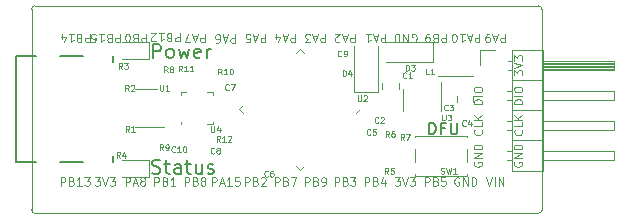
<source format=gto>
G04 #@! TF.GenerationSoftware,KiCad,Pcbnew,5.1.0*
G04 #@! TF.CreationDate,2019-05-06T17:27:13+02:00*
G04 #@! TF.ProjectId,OtterPill,4f747465-7250-4696-9c6c-2e6b69636164,rev?*
G04 #@! TF.SameCoordinates,Original*
G04 #@! TF.FileFunction,Legend,Top*
G04 #@! TF.FilePolarity,Positive*
%FSLAX46Y46*%
G04 Gerber Fmt 4.6, Leading zero omitted, Abs format (unit mm)*
G04 Created by KiCad (PCBNEW 5.1.0) date 2019-05-06 17:27:13*
%MOMM*%
%LPD*%
G04 APERTURE LIST*
%ADD10C,0.100000*%
%ADD11C,0.150000*%
%ADD12C,0.050000*%
%ADD13C,0.120000*%
G04 APERTURE END LIST*
D10*
X29691666Y-22183333D02*
X29691666Y-22883333D01*
X29425000Y-22883333D01*
X29358333Y-22850000D01*
X29325000Y-22816666D01*
X29291666Y-22750000D01*
X29291666Y-22650000D01*
X29325000Y-22583333D01*
X29358333Y-22550000D01*
X29425000Y-22516666D01*
X29691666Y-22516666D01*
X28758333Y-22550000D02*
X28658333Y-22516666D01*
X28625000Y-22483333D01*
X28591666Y-22416666D01*
X28591666Y-22316666D01*
X28625000Y-22250000D01*
X28658333Y-22216666D01*
X28725000Y-22183333D01*
X28991666Y-22183333D01*
X28991666Y-22883333D01*
X28758333Y-22883333D01*
X28691666Y-22850000D01*
X28658333Y-22816666D01*
X28625000Y-22750000D01*
X28625000Y-22683333D01*
X28658333Y-22616666D01*
X28691666Y-22583333D01*
X28758333Y-22550000D01*
X28991666Y-22550000D01*
X28158333Y-22883333D02*
X28091666Y-22883333D01*
X28025000Y-22850000D01*
X27991666Y-22816666D01*
X27958333Y-22750000D01*
X27925000Y-22616666D01*
X27925000Y-22450000D01*
X27958333Y-22316666D01*
X27991666Y-22250000D01*
X28025000Y-22216666D01*
X28091666Y-22183333D01*
X28158333Y-22183333D01*
X28225000Y-22216666D01*
X28258333Y-22250000D01*
X28291666Y-22316666D01*
X28325000Y-22450000D01*
X28325000Y-22616666D01*
X28291666Y-22750000D01*
X28258333Y-22816666D01*
X28225000Y-22850000D01*
X28158333Y-22883333D01*
X24925000Y-22183333D02*
X24925000Y-22883333D01*
X24658333Y-22883333D01*
X24591666Y-22850000D01*
X24558333Y-22816666D01*
X24525000Y-22750000D01*
X24525000Y-22650000D01*
X24558333Y-22583333D01*
X24591666Y-22550000D01*
X24658333Y-22516666D01*
X24925000Y-22516666D01*
X23991666Y-22550000D02*
X23891666Y-22516666D01*
X23858333Y-22483333D01*
X23825000Y-22416666D01*
X23825000Y-22316666D01*
X23858333Y-22250000D01*
X23891666Y-22216666D01*
X23958333Y-22183333D01*
X24225000Y-22183333D01*
X24225000Y-22883333D01*
X23991666Y-22883333D01*
X23925000Y-22850000D01*
X23891666Y-22816666D01*
X23858333Y-22750000D01*
X23858333Y-22683333D01*
X23891666Y-22616666D01*
X23925000Y-22583333D01*
X23991666Y-22550000D01*
X24225000Y-22550000D01*
X23158333Y-22183333D02*
X23558333Y-22183333D01*
X23358333Y-22183333D02*
X23358333Y-22883333D01*
X23425000Y-22783333D01*
X23491666Y-22716666D01*
X23558333Y-22683333D01*
X22558333Y-22650000D02*
X22558333Y-22183333D01*
X22725000Y-22916666D02*
X22891666Y-22416666D01*
X22458333Y-22416666D01*
X27475000Y-22183333D02*
X27475000Y-22883333D01*
X27208333Y-22883333D01*
X27141666Y-22850000D01*
X27108333Y-22816666D01*
X27075000Y-22750000D01*
X27075000Y-22650000D01*
X27108333Y-22583333D01*
X27141666Y-22550000D01*
X27208333Y-22516666D01*
X27475000Y-22516666D01*
X26541666Y-22550000D02*
X26441666Y-22516666D01*
X26408333Y-22483333D01*
X26375000Y-22416666D01*
X26375000Y-22316666D01*
X26408333Y-22250000D01*
X26441666Y-22216666D01*
X26508333Y-22183333D01*
X26775000Y-22183333D01*
X26775000Y-22883333D01*
X26541666Y-22883333D01*
X26475000Y-22850000D01*
X26441666Y-22816666D01*
X26408333Y-22750000D01*
X26408333Y-22683333D01*
X26441666Y-22616666D01*
X26475000Y-22583333D01*
X26541666Y-22550000D01*
X26775000Y-22550000D01*
X25708333Y-22183333D02*
X26108333Y-22183333D01*
X25908333Y-22183333D02*
X25908333Y-22883333D01*
X25975000Y-22783333D01*
X26041666Y-22716666D01*
X26108333Y-22683333D01*
X25075000Y-22883333D02*
X25408333Y-22883333D01*
X25441666Y-22550000D01*
X25408333Y-22583333D01*
X25341666Y-22616666D01*
X25175000Y-22616666D01*
X25108333Y-22583333D01*
X25075000Y-22550000D01*
X25041666Y-22483333D01*
X25041666Y-22316666D01*
X25075000Y-22250000D01*
X25108333Y-22216666D01*
X25175000Y-22183333D01*
X25341666Y-22183333D01*
X25408333Y-22216666D01*
X25441666Y-22250000D01*
X32550000Y-22133333D02*
X32550000Y-22833333D01*
X32283333Y-22833333D01*
X32216666Y-22800000D01*
X32183333Y-22766666D01*
X32150000Y-22700000D01*
X32150000Y-22600000D01*
X32183333Y-22533333D01*
X32216666Y-22500000D01*
X32283333Y-22466666D01*
X32550000Y-22466666D01*
X31616666Y-22500000D02*
X31516666Y-22466666D01*
X31483333Y-22433333D01*
X31450000Y-22366666D01*
X31450000Y-22266666D01*
X31483333Y-22200000D01*
X31516666Y-22166666D01*
X31583333Y-22133333D01*
X31850000Y-22133333D01*
X31850000Y-22833333D01*
X31616666Y-22833333D01*
X31550000Y-22800000D01*
X31516666Y-22766666D01*
X31483333Y-22700000D01*
X31483333Y-22633333D01*
X31516666Y-22566666D01*
X31550000Y-22533333D01*
X31616666Y-22500000D01*
X31850000Y-22500000D01*
X30783333Y-22133333D02*
X31183333Y-22133333D01*
X30983333Y-22133333D02*
X30983333Y-22833333D01*
X31050000Y-22733333D01*
X31116666Y-22666666D01*
X31183333Y-22633333D01*
X30516666Y-22766666D02*
X30483333Y-22800000D01*
X30416666Y-22833333D01*
X30250000Y-22833333D01*
X30183333Y-22800000D01*
X30150000Y-22766666D01*
X30116666Y-22700000D01*
X30116666Y-22633333D01*
X30150000Y-22533333D01*
X30550000Y-22133333D01*
X30116666Y-22133333D01*
X34666666Y-22183333D02*
X34666666Y-22883333D01*
X34400000Y-22883333D01*
X34333333Y-22850000D01*
X34300000Y-22816666D01*
X34266666Y-22750000D01*
X34266666Y-22650000D01*
X34300000Y-22583333D01*
X34333333Y-22550000D01*
X34400000Y-22516666D01*
X34666666Y-22516666D01*
X34000000Y-22383333D02*
X33666666Y-22383333D01*
X34066666Y-22183333D02*
X33833333Y-22883333D01*
X33600000Y-22183333D01*
X33433333Y-22883333D02*
X32966666Y-22883333D01*
X33266666Y-22183333D01*
X37241666Y-22233333D02*
X37241666Y-22933333D01*
X36975000Y-22933333D01*
X36908333Y-22900000D01*
X36875000Y-22866666D01*
X36841666Y-22800000D01*
X36841666Y-22700000D01*
X36875000Y-22633333D01*
X36908333Y-22600000D01*
X36975000Y-22566666D01*
X37241666Y-22566666D01*
X36575000Y-22433333D02*
X36241666Y-22433333D01*
X36641666Y-22233333D02*
X36408333Y-22933333D01*
X36175000Y-22233333D01*
X35641666Y-22933333D02*
X35775000Y-22933333D01*
X35841666Y-22900000D01*
X35875000Y-22866666D01*
X35941666Y-22766666D01*
X35975000Y-22633333D01*
X35975000Y-22366666D01*
X35941666Y-22300000D01*
X35908333Y-22266666D01*
X35841666Y-22233333D01*
X35708333Y-22233333D01*
X35641666Y-22266666D01*
X35608333Y-22300000D01*
X35575000Y-22366666D01*
X35575000Y-22533333D01*
X35608333Y-22600000D01*
X35641666Y-22633333D01*
X35708333Y-22666666D01*
X35841666Y-22666666D01*
X35908333Y-22633333D01*
X35941666Y-22600000D01*
X35975000Y-22533333D01*
X39791666Y-22183333D02*
X39791666Y-22883333D01*
X39525000Y-22883333D01*
X39458333Y-22850000D01*
X39425000Y-22816666D01*
X39391666Y-22750000D01*
X39391666Y-22650000D01*
X39425000Y-22583333D01*
X39458333Y-22550000D01*
X39525000Y-22516666D01*
X39791666Y-22516666D01*
X39125000Y-22383333D02*
X38791666Y-22383333D01*
X39191666Y-22183333D02*
X38958333Y-22883333D01*
X38725000Y-22183333D01*
X38158333Y-22883333D02*
X38491666Y-22883333D01*
X38525000Y-22550000D01*
X38491666Y-22583333D01*
X38425000Y-22616666D01*
X38258333Y-22616666D01*
X38191666Y-22583333D01*
X38158333Y-22550000D01*
X38125000Y-22483333D01*
X38125000Y-22316666D01*
X38158333Y-22250000D01*
X38191666Y-22216666D01*
X38258333Y-22183333D01*
X38425000Y-22183333D01*
X38491666Y-22216666D01*
X38525000Y-22250000D01*
X42316666Y-22183333D02*
X42316666Y-22883333D01*
X42050000Y-22883333D01*
X41983333Y-22850000D01*
X41950000Y-22816666D01*
X41916666Y-22750000D01*
X41916666Y-22650000D01*
X41950000Y-22583333D01*
X41983333Y-22550000D01*
X42050000Y-22516666D01*
X42316666Y-22516666D01*
X41650000Y-22383333D02*
X41316666Y-22383333D01*
X41716666Y-22183333D02*
X41483333Y-22883333D01*
X41250000Y-22183333D01*
X40716666Y-22650000D02*
X40716666Y-22183333D01*
X40883333Y-22916666D02*
X41050000Y-22416666D01*
X40616666Y-22416666D01*
X44841666Y-22183333D02*
X44841666Y-22883333D01*
X44575000Y-22883333D01*
X44508333Y-22850000D01*
X44475000Y-22816666D01*
X44441666Y-22750000D01*
X44441666Y-22650000D01*
X44475000Y-22583333D01*
X44508333Y-22550000D01*
X44575000Y-22516666D01*
X44841666Y-22516666D01*
X44175000Y-22383333D02*
X43841666Y-22383333D01*
X44241666Y-22183333D02*
X44008333Y-22883333D01*
X43775000Y-22183333D01*
X43608333Y-22883333D02*
X43175000Y-22883333D01*
X43408333Y-22616666D01*
X43308333Y-22616666D01*
X43241666Y-22583333D01*
X43208333Y-22550000D01*
X43175000Y-22483333D01*
X43175000Y-22316666D01*
X43208333Y-22250000D01*
X43241666Y-22216666D01*
X43308333Y-22183333D01*
X43508333Y-22183333D01*
X43575000Y-22216666D01*
X43608333Y-22250000D01*
X47366666Y-22183333D02*
X47366666Y-22883333D01*
X47100000Y-22883333D01*
X47033333Y-22850000D01*
X47000000Y-22816666D01*
X46966666Y-22750000D01*
X46966666Y-22650000D01*
X47000000Y-22583333D01*
X47033333Y-22550000D01*
X47100000Y-22516666D01*
X47366666Y-22516666D01*
X46700000Y-22383333D02*
X46366666Y-22383333D01*
X46766666Y-22183333D02*
X46533333Y-22883333D01*
X46300000Y-22183333D01*
X46100000Y-22816666D02*
X46066666Y-22850000D01*
X46000000Y-22883333D01*
X45833333Y-22883333D01*
X45766666Y-22850000D01*
X45733333Y-22816666D01*
X45700000Y-22750000D01*
X45700000Y-22683333D01*
X45733333Y-22583333D01*
X46133333Y-22183333D01*
X45700000Y-22183333D01*
X49966666Y-22183333D02*
X49966666Y-22883333D01*
X49700000Y-22883333D01*
X49633333Y-22850000D01*
X49600000Y-22816666D01*
X49566666Y-22750000D01*
X49566666Y-22650000D01*
X49600000Y-22583333D01*
X49633333Y-22550000D01*
X49700000Y-22516666D01*
X49966666Y-22516666D01*
X49300000Y-22383333D02*
X48966666Y-22383333D01*
X49366666Y-22183333D02*
X49133333Y-22883333D01*
X48900000Y-22183333D01*
X48300000Y-22183333D02*
X48700000Y-22183333D01*
X48500000Y-22183333D02*
X48500000Y-22883333D01*
X48566666Y-22783333D01*
X48633333Y-22716666D01*
X48700000Y-22683333D01*
X52208333Y-22850000D02*
X52275000Y-22883333D01*
X52375000Y-22883333D01*
X52475000Y-22850000D01*
X52541666Y-22783333D01*
X52575000Y-22716666D01*
X52608333Y-22583333D01*
X52608333Y-22483333D01*
X52575000Y-22350000D01*
X52541666Y-22283333D01*
X52475000Y-22216666D01*
X52375000Y-22183333D01*
X52308333Y-22183333D01*
X52208333Y-22216666D01*
X52175000Y-22250000D01*
X52175000Y-22483333D01*
X52308333Y-22483333D01*
X51875000Y-22183333D02*
X51875000Y-22883333D01*
X51475000Y-22183333D01*
X51475000Y-22883333D01*
X51141666Y-22183333D02*
X51141666Y-22883333D01*
X50975000Y-22883333D01*
X50875000Y-22850000D01*
X50808333Y-22783333D01*
X50775000Y-22716666D01*
X50741666Y-22583333D01*
X50741666Y-22483333D01*
X50775000Y-22350000D01*
X50808333Y-22283333D01*
X50875000Y-22216666D01*
X50975000Y-22183333D01*
X51141666Y-22183333D01*
X55091666Y-22183333D02*
X55091666Y-22883333D01*
X54825000Y-22883333D01*
X54758333Y-22850000D01*
X54725000Y-22816666D01*
X54691666Y-22750000D01*
X54691666Y-22650000D01*
X54725000Y-22583333D01*
X54758333Y-22550000D01*
X54825000Y-22516666D01*
X55091666Y-22516666D01*
X54158333Y-22550000D02*
X54058333Y-22516666D01*
X54025000Y-22483333D01*
X53991666Y-22416666D01*
X53991666Y-22316666D01*
X54025000Y-22250000D01*
X54058333Y-22216666D01*
X54125000Y-22183333D01*
X54391666Y-22183333D01*
X54391666Y-22883333D01*
X54158333Y-22883333D01*
X54091666Y-22850000D01*
X54058333Y-22816666D01*
X54025000Y-22750000D01*
X54025000Y-22683333D01*
X54058333Y-22616666D01*
X54091666Y-22583333D01*
X54158333Y-22550000D01*
X54391666Y-22550000D01*
X53658333Y-22183333D02*
X53525000Y-22183333D01*
X53458333Y-22216666D01*
X53425000Y-22250000D01*
X53358333Y-22350000D01*
X53325000Y-22483333D01*
X53325000Y-22750000D01*
X53358333Y-22816666D01*
X53391666Y-22850000D01*
X53458333Y-22883333D01*
X53591666Y-22883333D01*
X53658333Y-22850000D01*
X53691666Y-22816666D01*
X53725000Y-22750000D01*
X53725000Y-22583333D01*
X53691666Y-22516666D01*
X53658333Y-22483333D01*
X53591666Y-22450000D01*
X53458333Y-22450000D01*
X53391666Y-22483333D01*
X53358333Y-22516666D01*
X53325000Y-22583333D01*
X57925000Y-22183333D02*
X57925000Y-22883333D01*
X57658333Y-22883333D01*
X57591666Y-22850000D01*
X57558333Y-22816666D01*
X57525000Y-22750000D01*
X57525000Y-22650000D01*
X57558333Y-22583333D01*
X57591666Y-22550000D01*
X57658333Y-22516666D01*
X57925000Y-22516666D01*
X57258333Y-22383333D02*
X56925000Y-22383333D01*
X57325000Y-22183333D02*
X57091666Y-22883333D01*
X56858333Y-22183333D01*
X56258333Y-22183333D02*
X56658333Y-22183333D01*
X56458333Y-22183333D02*
X56458333Y-22883333D01*
X56525000Y-22783333D01*
X56591666Y-22716666D01*
X56658333Y-22683333D01*
X55825000Y-22883333D02*
X55758333Y-22883333D01*
X55691666Y-22850000D01*
X55658333Y-22816666D01*
X55625000Y-22750000D01*
X55591666Y-22616666D01*
X55591666Y-22450000D01*
X55625000Y-22316666D01*
X55658333Y-22250000D01*
X55691666Y-22216666D01*
X55758333Y-22183333D01*
X55825000Y-22183333D01*
X55891666Y-22216666D01*
X55925000Y-22250000D01*
X55958333Y-22316666D01*
X55991666Y-22450000D01*
X55991666Y-22616666D01*
X55958333Y-22750000D01*
X55925000Y-22816666D01*
X55891666Y-22850000D01*
X55825000Y-22883333D01*
X60091666Y-22183333D02*
X60091666Y-22883333D01*
X59825000Y-22883333D01*
X59758333Y-22850000D01*
X59725000Y-22816666D01*
X59691666Y-22750000D01*
X59691666Y-22650000D01*
X59725000Y-22583333D01*
X59758333Y-22550000D01*
X59825000Y-22516666D01*
X60091666Y-22516666D01*
X59425000Y-22383333D02*
X59091666Y-22383333D01*
X59491666Y-22183333D02*
X59258333Y-22883333D01*
X59025000Y-22183333D01*
X58758333Y-22183333D02*
X58625000Y-22183333D01*
X58558333Y-22216666D01*
X58525000Y-22250000D01*
X58458333Y-22350000D01*
X58425000Y-22483333D01*
X58425000Y-22750000D01*
X58458333Y-22816666D01*
X58491666Y-22850000D01*
X58558333Y-22883333D01*
X58691666Y-22883333D01*
X58758333Y-22850000D01*
X58791666Y-22816666D01*
X58825000Y-22750000D01*
X58825000Y-22583333D01*
X58791666Y-22516666D01*
X58758333Y-22483333D01*
X58691666Y-22450000D01*
X58558333Y-22450000D01*
X58491666Y-22483333D01*
X58458333Y-22516666D01*
X58425000Y-22583333D01*
X58508333Y-34341666D02*
X58741666Y-35041666D01*
X58975000Y-34341666D01*
X59208333Y-35041666D02*
X59208333Y-34341666D01*
X59541666Y-35041666D02*
X59541666Y-34341666D01*
X59941666Y-35041666D01*
X59941666Y-34341666D01*
X56191666Y-34375000D02*
X56125000Y-34341666D01*
X56025000Y-34341666D01*
X55925000Y-34375000D01*
X55858333Y-34441666D01*
X55825000Y-34508333D01*
X55791666Y-34641666D01*
X55791666Y-34741666D01*
X55825000Y-34875000D01*
X55858333Y-34941666D01*
X55925000Y-35008333D01*
X56025000Y-35041666D01*
X56091666Y-35041666D01*
X56191666Y-35008333D01*
X56225000Y-34975000D01*
X56225000Y-34741666D01*
X56091666Y-34741666D01*
X56525000Y-35041666D02*
X56525000Y-34341666D01*
X56925000Y-35041666D01*
X56925000Y-34341666D01*
X57258333Y-35041666D02*
X57258333Y-34341666D01*
X57425000Y-34341666D01*
X57525000Y-34375000D01*
X57591666Y-34441666D01*
X57625000Y-34508333D01*
X57658333Y-34641666D01*
X57658333Y-34741666D01*
X57625000Y-34875000D01*
X57591666Y-34941666D01*
X57525000Y-35008333D01*
X57425000Y-35041666D01*
X57258333Y-35041666D01*
X53308333Y-35041666D02*
X53308333Y-34341666D01*
X53575000Y-34341666D01*
X53641666Y-34375000D01*
X53675000Y-34408333D01*
X53708333Y-34475000D01*
X53708333Y-34575000D01*
X53675000Y-34641666D01*
X53641666Y-34675000D01*
X53575000Y-34708333D01*
X53308333Y-34708333D01*
X54241666Y-34675000D02*
X54341666Y-34708333D01*
X54375000Y-34741666D01*
X54408333Y-34808333D01*
X54408333Y-34908333D01*
X54375000Y-34975000D01*
X54341666Y-35008333D01*
X54275000Y-35041666D01*
X54008333Y-35041666D01*
X54008333Y-34341666D01*
X54241666Y-34341666D01*
X54308333Y-34375000D01*
X54341666Y-34408333D01*
X54375000Y-34475000D01*
X54375000Y-34541666D01*
X54341666Y-34608333D01*
X54308333Y-34641666D01*
X54241666Y-34675000D01*
X54008333Y-34675000D01*
X55041666Y-34341666D02*
X54708333Y-34341666D01*
X54675000Y-34675000D01*
X54708333Y-34641666D01*
X54775000Y-34608333D01*
X54941666Y-34608333D01*
X55008333Y-34641666D01*
X55041666Y-34675000D01*
X55075000Y-34741666D01*
X55075000Y-34908333D01*
X55041666Y-34975000D01*
X55008333Y-35008333D01*
X54941666Y-35041666D01*
X54775000Y-35041666D01*
X54708333Y-35008333D01*
X54675000Y-34975000D01*
X50758333Y-34341666D02*
X51191666Y-34341666D01*
X50958333Y-34608333D01*
X51058333Y-34608333D01*
X51125000Y-34641666D01*
X51158333Y-34675000D01*
X51191666Y-34741666D01*
X51191666Y-34908333D01*
X51158333Y-34975000D01*
X51125000Y-35008333D01*
X51058333Y-35041666D01*
X50858333Y-35041666D01*
X50791666Y-35008333D01*
X50758333Y-34975000D01*
X51391666Y-34341666D02*
X51625000Y-35041666D01*
X51858333Y-34341666D01*
X52025000Y-34341666D02*
X52458333Y-34341666D01*
X52225000Y-34608333D01*
X52325000Y-34608333D01*
X52391666Y-34641666D01*
X52425000Y-34675000D01*
X52458333Y-34741666D01*
X52458333Y-34908333D01*
X52425000Y-34975000D01*
X52391666Y-35008333D01*
X52325000Y-35041666D01*
X52125000Y-35041666D01*
X52058333Y-35008333D01*
X52025000Y-34975000D01*
X48208333Y-35041666D02*
X48208333Y-34341666D01*
X48475000Y-34341666D01*
X48541666Y-34375000D01*
X48575000Y-34408333D01*
X48608333Y-34475000D01*
X48608333Y-34575000D01*
X48575000Y-34641666D01*
X48541666Y-34675000D01*
X48475000Y-34708333D01*
X48208333Y-34708333D01*
X49141666Y-34675000D02*
X49241666Y-34708333D01*
X49275000Y-34741666D01*
X49308333Y-34808333D01*
X49308333Y-34908333D01*
X49275000Y-34975000D01*
X49241666Y-35008333D01*
X49175000Y-35041666D01*
X48908333Y-35041666D01*
X48908333Y-34341666D01*
X49141666Y-34341666D01*
X49208333Y-34375000D01*
X49241666Y-34408333D01*
X49275000Y-34475000D01*
X49275000Y-34541666D01*
X49241666Y-34608333D01*
X49208333Y-34641666D01*
X49141666Y-34675000D01*
X48908333Y-34675000D01*
X49908333Y-34575000D02*
X49908333Y-35041666D01*
X49741666Y-34308333D02*
X49575000Y-34808333D01*
X50008333Y-34808333D01*
X45658333Y-35041666D02*
X45658333Y-34341666D01*
X45925000Y-34341666D01*
X45991666Y-34375000D01*
X46025000Y-34408333D01*
X46058333Y-34475000D01*
X46058333Y-34575000D01*
X46025000Y-34641666D01*
X45991666Y-34675000D01*
X45925000Y-34708333D01*
X45658333Y-34708333D01*
X46591666Y-34675000D02*
X46691666Y-34708333D01*
X46725000Y-34741666D01*
X46758333Y-34808333D01*
X46758333Y-34908333D01*
X46725000Y-34975000D01*
X46691666Y-35008333D01*
X46625000Y-35041666D01*
X46358333Y-35041666D01*
X46358333Y-34341666D01*
X46591666Y-34341666D01*
X46658333Y-34375000D01*
X46691666Y-34408333D01*
X46725000Y-34475000D01*
X46725000Y-34541666D01*
X46691666Y-34608333D01*
X46658333Y-34641666D01*
X46591666Y-34675000D01*
X46358333Y-34675000D01*
X46991666Y-34341666D02*
X47425000Y-34341666D01*
X47191666Y-34608333D01*
X47291666Y-34608333D01*
X47358333Y-34641666D01*
X47391666Y-34675000D01*
X47425000Y-34741666D01*
X47425000Y-34908333D01*
X47391666Y-34975000D01*
X47358333Y-35008333D01*
X47291666Y-35041666D01*
X47091666Y-35041666D01*
X47025000Y-35008333D01*
X46991666Y-34975000D01*
X43158333Y-35041666D02*
X43158333Y-34341666D01*
X43425000Y-34341666D01*
X43491666Y-34375000D01*
X43525000Y-34408333D01*
X43558333Y-34475000D01*
X43558333Y-34575000D01*
X43525000Y-34641666D01*
X43491666Y-34675000D01*
X43425000Y-34708333D01*
X43158333Y-34708333D01*
X44091666Y-34675000D02*
X44191666Y-34708333D01*
X44225000Y-34741666D01*
X44258333Y-34808333D01*
X44258333Y-34908333D01*
X44225000Y-34975000D01*
X44191666Y-35008333D01*
X44125000Y-35041666D01*
X43858333Y-35041666D01*
X43858333Y-34341666D01*
X44091666Y-34341666D01*
X44158333Y-34375000D01*
X44191666Y-34408333D01*
X44225000Y-34475000D01*
X44225000Y-34541666D01*
X44191666Y-34608333D01*
X44158333Y-34641666D01*
X44091666Y-34675000D01*
X43858333Y-34675000D01*
X44591666Y-35041666D02*
X44725000Y-35041666D01*
X44791666Y-35008333D01*
X44825000Y-34975000D01*
X44891666Y-34875000D01*
X44925000Y-34741666D01*
X44925000Y-34475000D01*
X44891666Y-34408333D01*
X44858333Y-34375000D01*
X44791666Y-34341666D01*
X44658333Y-34341666D01*
X44591666Y-34375000D01*
X44558333Y-34408333D01*
X44525000Y-34475000D01*
X44525000Y-34641666D01*
X44558333Y-34708333D01*
X44591666Y-34741666D01*
X44658333Y-34775000D01*
X44791666Y-34775000D01*
X44858333Y-34741666D01*
X44891666Y-34708333D01*
X44925000Y-34641666D01*
X40608333Y-35041666D02*
X40608333Y-34341666D01*
X40875000Y-34341666D01*
X40941666Y-34375000D01*
X40975000Y-34408333D01*
X41008333Y-34475000D01*
X41008333Y-34575000D01*
X40975000Y-34641666D01*
X40941666Y-34675000D01*
X40875000Y-34708333D01*
X40608333Y-34708333D01*
X41541666Y-34675000D02*
X41641666Y-34708333D01*
X41675000Y-34741666D01*
X41708333Y-34808333D01*
X41708333Y-34908333D01*
X41675000Y-34975000D01*
X41641666Y-35008333D01*
X41575000Y-35041666D01*
X41308333Y-35041666D01*
X41308333Y-34341666D01*
X41541666Y-34341666D01*
X41608333Y-34375000D01*
X41641666Y-34408333D01*
X41675000Y-34475000D01*
X41675000Y-34541666D01*
X41641666Y-34608333D01*
X41608333Y-34641666D01*
X41541666Y-34675000D01*
X41308333Y-34675000D01*
X41941666Y-34341666D02*
X42408333Y-34341666D01*
X42108333Y-35041666D01*
X38058333Y-35041666D02*
X38058333Y-34341666D01*
X38325000Y-34341666D01*
X38391666Y-34375000D01*
X38425000Y-34408333D01*
X38458333Y-34475000D01*
X38458333Y-34575000D01*
X38425000Y-34641666D01*
X38391666Y-34675000D01*
X38325000Y-34708333D01*
X38058333Y-34708333D01*
X38991666Y-34675000D02*
X39091666Y-34708333D01*
X39125000Y-34741666D01*
X39158333Y-34808333D01*
X39158333Y-34908333D01*
X39125000Y-34975000D01*
X39091666Y-35008333D01*
X39025000Y-35041666D01*
X38758333Y-35041666D01*
X38758333Y-34341666D01*
X38991666Y-34341666D01*
X39058333Y-34375000D01*
X39091666Y-34408333D01*
X39125000Y-34475000D01*
X39125000Y-34541666D01*
X39091666Y-34608333D01*
X39058333Y-34641666D01*
X38991666Y-34675000D01*
X38758333Y-34675000D01*
X39425000Y-34408333D02*
X39458333Y-34375000D01*
X39525000Y-34341666D01*
X39691666Y-34341666D01*
X39758333Y-34375000D01*
X39791666Y-34408333D01*
X39825000Y-34475000D01*
X39825000Y-34541666D01*
X39791666Y-34641666D01*
X39391666Y-35041666D01*
X39825000Y-35041666D01*
X35275000Y-35041666D02*
X35275000Y-34341666D01*
X35541666Y-34341666D01*
X35608333Y-34375000D01*
X35641666Y-34408333D01*
X35675000Y-34475000D01*
X35675000Y-34575000D01*
X35641666Y-34641666D01*
X35608333Y-34675000D01*
X35541666Y-34708333D01*
X35275000Y-34708333D01*
X35941666Y-34841666D02*
X36275000Y-34841666D01*
X35875000Y-35041666D02*
X36108333Y-34341666D01*
X36341666Y-35041666D01*
X36941666Y-35041666D02*
X36541666Y-35041666D01*
X36741666Y-35041666D02*
X36741666Y-34341666D01*
X36675000Y-34441666D01*
X36608333Y-34508333D01*
X36541666Y-34541666D01*
X37575000Y-34341666D02*
X37241666Y-34341666D01*
X37208333Y-34675000D01*
X37241666Y-34641666D01*
X37308333Y-34608333D01*
X37475000Y-34608333D01*
X37541666Y-34641666D01*
X37575000Y-34675000D01*
X37608333Y-34741666D01*
X37608333Y-34908333D01*
X37575000Y-34975000D01*
X37541666Y-35008333D01*
X37475000Y-35041666D01*
X37308333Y-35041666D01*
X37241666Y-35008333D01*
X37208333Y-34975000D01*
X32958333Y-35041666D02*
X32958333Y-34341666D01*
X33225000Y-34341666D01*
X33291666Y-34375000D01*
X33325000Y-34408333D01*
X33358333Y-34475000D01*
X33358333Y-34575000D01*
X33325000Y-34641666D01*
X33291666Y-34675000D01*
X33225000Y-34708333D01*
X32958333Y-34708333D01*
X33891666Y-34675000D02*
X33991666Y-34708333D01*
X34025000Y-34741666D01*
X34058333Y-34808333D01*
X34058333Y-34908333D01*
X34025000Y-34975000D01*
X33991666Y-35008333D01*
X33925000Y-35041666D01*
X33658333Y-35041666D01*
X33658333Y-34341666D01*
X33891666Y-34341666D01*
X33958333Y-34375000D01*
X33991666Y-34408333D01*
X34025000Y-34475000D01*
X34025000Y-34541666D01*
X33991666Y-34608333D01*
X33958333Y-34641666D01*
X33891666Y-34675000D01*
X33658333Y-34675000D01*
X34458333Y-34641666D02*
X34391666Y-34608333D01*
X34358333Y-34575000D01*
X34325000Y-34508333D01*
X34325000Y-34475000D01*
X34358333Y-34408333D01*
X34391666Y-34375000D01*
X34458333Y-34341666D01*
X34591666Y-34341666D01*
X34658333Y-34375000D01*
X34691666Y-34408333D01*
X34725000Y-34475000D01*
X34725000Y-34508333D01*
X34691666Y-34575000D01*
X34658333Y-34608333D01*
X34591666Y-34641666D01*
X34458333Y-34641666D01*
X34391666Y-34675000D01*
X34358333Y-34708333D01*
X34325000Y-34775000D01*
X34325000Y-34908333D01*
X34358333Y-34975000D01*
X34391666Y-35008333D01*
X34458333Y-35041666D01*
X34591666Y-35041666D01*
X34658333Y-35008333D01*
X34691666Y-34975000D01*
X34725000Y-34908333D01*
X34725000Y-34775000D01*
X34691666Y-34708333D01*
X34658333Y-34675000D01*
X34591666Y-34641666D01*
X30408333Y-35041666D02*
X30408333Y-34341666D01*
X30675000Y-34341666D01*
X30741666Y-34375000D01*
X30775000Y-34408333D01*
X30808333Y-34475000D01*
X30808333Y-34575000D01*
X30775000Y-34641666D01*
X30741666Y-34675000D01*
X30675000Y-34708333D01*
X30408333Y-34708333D01*
X31341666Y-34675000D02*
X31441666Y-34708333D01*
X31475000Y-34741666D01*
X31508333Y-34808333D01*
X31508333Y-34908333D01*
X31475000Y-34975000D01*
X31441666Y-35008333D01*
X31375000Y-35041666D01*
X31108333Y-35041666D01*
X31108333Y-34341666D01*
X31341666Y-34341666D01*
X31408333Y-34375000D01*
X31441666Y-34408333D01*
X31475000Y-34475000D01*
X31475000Y-34541666D01*
X31441666Y-34608333D01*
X31408333Y-34641666D01*
X31341666Y-34675000D01*
X31108333Y-34675000D01*
X32175000Y-35041666D02*
X31775000Y-35041666D01*
X31975000Y-35041666D02*
X31975000Y-34341666D01*
X31908333Y-34441666D01*
X31841666Y-34508333D01*
X31775000Y-34541666D01*
X27958333Y-35041666D02*
X27958333Y-34341666D01*
X28225000Y-34341666D01*
X28291666Y-34375000D01*
X28325000Y-34408333D01*
X28358333Y-34475000D01*
X28358333Y-34575000D01*
X28325000Y-34641666D01*
X28291666Y-34675000D01*
X28225000Y-34708333D01*
X27958333Y-34708333D01*
X28625000Y-34841666D02*
X28958333Y-34841666D01*
X28558333Y-35041666D02*
X28791666Y-34341666D01*
X29025000Y-35041666D01*
X29358333Y-34641666D02*
X29291666Y-34608333D01*
X29258333Y-34575000D01*
X29225000Y-34508333D01*
X29225000Y-34475000D01*
X29258333Y-34408333D01*
X29291666Y-34375000D01*
X29358333Y-34341666D01*
X29491666Y-34341666D01*
X29558333Y-34375000D01*
X29591666Y-34408333D01*
X29625000Y-34475000D01*
X29625000Y-34508333D01*
X29591666Y-34575000D01*
X29558333Y-34608333D01*
X29491666Y-34641666D01*
X29358333Y-34641666D01*
X29291666Y-34675000D01*
X29258333Y-34708333D01*
X29225000Y-34775000D01*
X29225000Y-34908333D01*
X29258333Y-34975000D01*
X29291666Y-35008333D01*
X29358333Y-35041666D01*
X29491666Y-35041666D01*
X29558333Y-35008333D01*
X29591666Y-34975000D01*
X29625000Y-34908333D01*
X29625000Y-34775000D01*
X29591666Y-34708333D01*
X29558333Y-34675000D01*
X29491666Y-34641666D01*
X22475000Y-35041666D02*
X22475000Y-34341666D01*
X22741666Y-34341666D01*
X22808333Y-34375000D01*
X22841666Y-34408333D01*
X22875000Y-34475000D01*
X22875000Y-34575000D01*
X22841666Y-34641666D01*
X22808333Y-34675000D01*
X22741666Y-34708333D01*
X22475000Y-34708333D01*
X23408333Y-34675000D02*
X23508333Y-34708333D01*
X23541666Y-34741666D01*
X23575000Y-34808333D01*
X23575000Y-34908333D01*
X23541666Y-34975000D01*
X23508333Y-35008333D01*
X23441666Y-35041666D01*
X23175000Y-35041666D01*
X23175000Y-34341666D01*
X23408333Y-34341666D01*
X23475000Y-34375000D01*
X23508333Y-34408333D01*
X23541666Y-34475000D01*
X23541666Y-34541666D01*
X23508333Y-34608333D01*
X23475000Y-34641666D01*
X23408333Y-34675000D01*
X23175000Y-34675000D01*
X24241666Y-35041666D02*
X23841666Y-35041666D01*
X24041666Y-35041666D02*
X24041666Y-34341666D01*
X23975000Y-34441666D01*
X23908333Y-34508333D01*
X23841666Y-34541666D01*
X24475000Y-34341666D02*
X24908333Y-34341666D01*
X24675000Y-34608333D01*
X24775000Y-34608333D01*
X24841666Y-34641666D01*
X24875000Y-34675000D01*
X24908333Y-34741666D01*
X24908333Y-34908333D01*
X24875000Y-34975000D01*
X24841666Y-35008333D01*
X24775000Y-35041666D01*
X24575000Y-35041666D01*
X24508333Y-35008333D01*
X24475000Y-34975000D01*
X25358333Y-34341666D02*
X25791666Y-34341666D01*
X25558333Y-34608333D01*
X25658333Y-34608333D01*
X25725000Y-34641666D01*
X25758333Y-34675000D01*
X25791666Y-34741666D01*
X25791666Y-34908333D01*
X25758333Y-34975000D01*
X25725000Y-35008333D01*
X25658333Y-35041666D01*
X25458333Y-35041666D01*
X25391666Y-35008333D01*
X25358333Y-34975000D01*
X25991666Y-34341666D02*
X26225000Y-35041666D01*
X26458333Y-34341666D01*
X26625000Y-34341666D02*
X27058333Y-34341666D01*
X26825000Y-34608333D01*
X26925000Y-34608333D01*
X26991666Y-34641666D01*
X27025000Y-34675000D01*
X27058333Y-34741666D01*
X27058333Y-34908333D01*
X27025000Y-34975000D01*
X26991666Y-35008333D01*
X26925000Y-35041666D01*
X26725000Y-35041666D01*
X26658333Y-35008333D01*
X26625000Y-34975000D01*
X58166666Y-28116666D02*
X57466666Y-28116666D01*
X57466666Y-27950000D01*
X57500000Y-27850000D01*
X57566666Y-27783333D01*
X57633333Y-27750000D01*
X57766666Y-27716666D01*
X57866666Y-27716666D01*
X58000000Y-27750000D01*
X58066666Y-27783333D01*
X58133333Y-27850000D01*
X58166666Y-27950000D01*
X58166666Y-28116666D01*
X58166666Y-27416666D02*
X57466666Y-27416666D01*
X57466666Y-26950000D02*
X57466666Y-26816666D01*
X57500000Y-26750000D01*
X57566666Y-26683333D01*
X57700000Y-26650000D01*
X57933333Y-26650000D01*
X58066666Y-26683333D01*
X58133333Y-26750000D01*
X58166666Y-26816666D01*
X58166666Y-26950000D01*
X58133333Y-27016666D01*
X58066666Y-27083333D01*
X57933333Y-27116666D01*
X57700000Y-27116666D01*
X57566666Y-27083333D01*
X57500000Y-27016666D01*
X57466666Y-26950000D01*
X58100000Y-30316666D02*
X58133333Y-30350000D01*
X58166666Y-30450000D01*
X58166666Y-30516666D01*
X58133333Y-30616666D01*
X58066666Y-30683333D01*
X58000000Y-30716666D01*
X57866666Y-30750000D01*
X57766666Y-30750000D01*
X57633333Y-30716666D01*
X57566666Y-30683333D01*
X57500000Y-30616666D01*
X57466666Y-30516666D01*
X57466666Y-30450000D01*
X57500000Y-30350000D01*
X57533333Y-30316666D01*
X58166666Y-29683333D02*
X58166666Y-30016666D01*
X57466666Y-30016666D01*
X58166666Y-29450000D02*
X57466666Y-29450000D01*
X58166666Y-29050000D02*
X57766666Y-29350000D01*
X57466666Y-29050000D02*
X57866666Y-29450000D01*
X57475000Y-33033333D02*
X57441666Y-33100000D01*
X57441666Y-33200000D01*
X57475000Y-33300000D01*
X57541666Y-33366666D01*
X57608333Y-33400000D01*
X57741666Y-33433333D01*
X57841666Y-33433333D01*
X57975000Y-33400000D01*
X58041666Y-33366666D01*
X58108333Y-33300000D01*
X58141666Y-33200000D01*
X58141666Y-33133333D01*
X58108333Y-33033333D01*
X58075000Y-33000000D01*
X57841666Y-33000000D01*
X57841666Y-33133333D01*
X58141666Y-32700000D02*
X57441666Y-32700000D01*
X58141666Y-32300000D01*
X57441666Y-32300000D01*
X58141666Y-31966666D02*
X57441666Y-31966666D01*
X57441666Y-31800000D01*
X57475000Y-31700000D01*
X57541666Y-31633333D01*
X57608333Y-31600000D01*
X57741666Y-31566666D01*
X57841666Y-31566666D01*
X57975000Y-31600000D01*
X58041666Y-31633333D01*
X58108333Y-31700000D01*
X58141666Y-31800000D01*
X58141666Y-31966666D01*
X61500000Y-30316666D02*
X61533333Y-30350000D01*
X61566666Y-30450000D01*
X61566666Y-30516666D01*
X61533333Y-30616666D01*
X61466666Y-30683333D01*
X61400000Y-30716666D01*
X61266666Y-30750000D01*
X61166666Y-30750000D01*
X61033333Y-30716666D01*
X60966666Y-30683333D01*
X60900000Y-30616666D01*
X60866666Y-30516666D01*
X60866666Y-30450000D01*
X60900000Y-30350000D01*
X60933333Y-30316666D01*
X61566666Y-29683333D02*
X61566666Y-30016666D01*
X60866666Y-30016666D01*
X61566666Y-29450000D02*
X60866666Y-29450000D01*
X61566666Y-29050000D02*
X61166666Y-29350000D01*
X60866666Y-29050000D02*
X61266666Y-29450000D01*
X61566666Y-28116666D02*
X60866666Y-28116666D01*
X60866666Y-27950000D01*
X60900000Y-27850000D01*
X60966666Y-27783333D01*
X61033333Y-27750000D01*
X61166666Y-27716666D01*
X61266666Y-27716666D01*
X61400000Y-27750000D01*
X61466666Y-27783333D01*
X61533333Y-27850000D01*
X61566666Y-27950000D01*
X61566666Y-28116666D01*
X61566666Y-27416666D02*
X60866666Y-27416666D01*
X60866666Y-26950000D02*
X60866666Y-26816666D01*
X60900000Y-26750000D01*
X60966666Y-26683333D01*
X61100000Y-26650000D01*
X61333333Y-26650000D01*
X61466666Y-26683333D01*
X61533333Y-26750000D01*
X61566666Y-26816666D01*
X61566666Y-26950000D01*
X61533333Y-27016666D01*
X61466666Y-27083333D01*
X61333333Y-27116666D01*
X61100000Y-27116666D01*
X60966666Y-27083333D01*
X60900000Y-27016666D01*
X60866666Y-26950000D01*
X60875000Y-33033333D02*
X60841666Y-33100000D01*
X60841666Y-33200000D01*
X60875000Y-33300000D01*
X60941666Y-33366666D01*
X61008333Y-33400000D01*
X61141666Y-33433333D01*
X61241666Y-33433333D01*
X61375000Y-33400000D01*
X61441666Y-33366666D01*
X61508333Y-33300000D01*
X61541666Y-33200000D01*
X61541666Y-33133333D01*
X61508333Y-33033333D01*
X61475000Y-33000000D01*
X61241666Y-33000000D01*
X61241666Y-33133333D01*
X61541666Y-32700000D02*
X60841666Y-32700000D01*
X61541666Y-32300000D01*
X60841666Y-32300000D01*
X61541666Y-31966666D02*
X60841666Y-31966666D01*
X60841666Y-31800000D01*
X60875000Y-31700000D01*
X60941666Y-31633333D01*
X61008333Y-31600000D01*
X61141666Y-31566666D01*
X61241666Y-31566666D01*
X61375000Y-31600000D01*
X61441666Y-31633333D01*
X61508333Y-31700000D01*
X61541666Y-31800000D01*
X61541666Y-31966666D01*
X60866666Y-25716666D02*
X60866666Y-25283333D01*
X61133333Y-25516666D01*
X61133333Y-25416666D01*
X61166666Y-25350000D01*
X61200000Y-25316666D01*
X61266666Y-25283333D01*
X61433333Y-25283333D01*
X61500000Y-25316666D01*
X61533333Y-25350000D01*
X61566666Y-25416666D01*
X61566666Y-25616666D01*
X61533333Y-25683333D01*
X61500000Y-25716666D01*
X60866666Y-25083333D02*
X61566666Y-24850000D01*
X60866666Y-24616666D01*
X60866666Y-24450000D02*
X60866666Y-24016666D01*
X61133333Y-24250000D01*
X61133333Y-24150000D01*
X61166666Y-24083333D01*
X61200000Y-24050000D01*
X61266666Y-24016666D01*
X61433333Y-24016666D01*
X61500000Y-24050000D01*
X61533333Y-24083333D01*
X61566666Y-24150000D01*
X61566666Y-24350000D01*
X61533333Y-24416666D01*
X61500000Y-24450000D01*
D11*
X53635714Y-30702380D02*
X53635714Y-29702380D01*
X53873809Y-29702380D01*
X54016666Y-29750000D01*
X54111904Y-29845238D01*
X54159523Y-29940476D01*
X54207142Y-30130952D01*
X54207142Y-30273809D01*
X54159523Y-30464285D01*
X54111904Y-30559523D01*
X54016666Y-30654761D01*
X53873809Y-30702380D01*
X53635714Y-30702380D01*
X54969047Y-30178571D02*
X54635714Y-30178571D01*
X54635714Y-30702380D02*
X54635714Y-29702380D01*
X55111904Y-29702380D01*
X55492857Y-29702380D02*
X55492857Y-30511904D01*
X55540476Y-30607142D01*
X55588095Y-30654761D01*
X55683333Y-30702380D01*
X55873809Y-30702380D01*
X55969047Y-30654761D01*
X56016666Y-30607142D01*
X56064285Y-30511904D01*
X56064285Y-29702380D01*
X30226071Y-33985714D02*
X30397500Y-34042857D01*
X30683214Y-34042857D01*
X30797500Y-33985714D01*
X30854642Y-33928571D01*
X30911785Y-33814285D01*
X30911785Y-33700000D01*
X30854642Y-33585714D01*
X30797500Y-33528571D01*
X30683214Y-33471428D01*
X30454642Y-33414285D01*
X30340357Y-33357142D01*
X30283214Y-33300000D01*
X30226071Y-33185714D01*
X30226071Y-33071428D01*
X30283214Y-32957142D01*
X30340357Y-32900000D01*
X30454642Y-32842857D01*
X30740357Y-32842857D01*
X30911785Y-32900000D01*
X31254642Y-33242857D02*
X31711785Y-33242857D01*
X31426071Y-32842857D02*
X31426071Y-33871428D01*
X31483214Y-33985714D01*
X31597500Y-34042857D01*
X31711785Y-34042857D01*
X32626071Y-34042857D02*
X32626071Y-33414285D01*
X32568928Y-33300000D01*
X32454642Y-33242857D01*
X32226071Y-33242857D01*
X32111785Y-33300000D01*
X32626071Y-33985714D02*
X32511785Y-34042857D01*
X32226071Y-34042857D01*
X32111785Y-33985714D01*
X32054642Y-33871428D01*
X32054642Y-33757142D01*
X32111785Y-33642857D01*
X32226071Y-33585714D01*
X32511785Y-33585714D01*
X32626071Y-33528571D01*
X33026071Y-33242857D02*
X33483214Y-33242857D01*
X33197500Y-32842857D02*
X33197500Y-33871428D01*
X33254642Y-33985714D01*
X33368928Y-34042857D01*
X33483214Y-34042857D01*
X34397500Y-33242857D02*
X34397500Y-34042857D01*
X33883214Y-33242857D02*
X33883214Y-33871428D01*
X33940357Y-33985714D01*
X34054642Y-34042857D01*
X34226071Y-34042857D01*
X34340357Y-33985714D01*
X34397500Y-33928571D01*
X34911785Y-33985714D02*
X35026071Y-34042857D01*
X35254642Y-34042857D01*
X35368928Y-33985714D01*
X35426071Y-33871428D01*
X35426071Y-33814285D01*
X35368928Y-33700000D01*
X35254642Y-33642857D01*
X35083214Y-33642857D01*
X34968928Y-33585714D01*
X34911785Y-33471428D01*
X34911785Y-33414285D01*
X34968928Y-33300000D01*
X35083214Y-33242857D01*
X35254642Y-33242857D01*
X35368928Y-33300000D01*
X30283214Y-24242857D02*
X30283214Y-23042857D01*
X30740357Y-23042857D01*
X30854642Y-23100000D01*
X30911785Y-23157142D01*
X30968928Y-23271428D01*
X30968928Y-23442857D01*
X30911785Y-23557142D01*
X30854642Y-23614285D01*
X30740357Y-23671428D01*
X30283214Y-23671428D01*
X31654642Y-24242857D02*
X31540357Y-24185714D01*
X31483214Y-24128571D01*
X31426071Y-24014285D01*
X31426071Y-23671428D01*
X31483214Y-23557142D01*
X31540357Y-23500000D01*
X31654642Y-23442857D01*
X31826071Y-23442857D01*
X31940357Y-23500000D01*
X31997500Y-23557142D01*
X32054642Y-23671428D01*
X32054642Y-24014285D01*
X31997500Y-24128571D01*
X31940357Y-24185714D01*
X31826071Y-24242857D01*
X31654642Y-24242857D01*
X32454642Y-23442857D02*
X32683214Y-24242857D01*
X32911785Y-23671428D01*
X33140357Y-24242857D01*
X33368928Y-23442857D01*
X34283214Y-24185714D02*
X34168928Y-24242857D01*
X33940357Y-24242857D01*
X33826071Y-24185714D01*
X33768928Y-24071428D01*
X33768928Y-23614285D01*
X33826071Y-23500000D01*
X33940357Y-23442857D01*
X34168928Y-23442857D01*
X34283214Y-23500000D01*
X34340357Y-23614285D01*
X34340357Y-23728571D01*
X33768928Y-23842857D01*
X34854642Y-24242857D02*
X34854642Y-23442857D01*
X34854642Y-23671428D02*
X34911785Y-23557142D01*
X34968928Y-23500000D01*
X35083214Y-23442857D01*
X35197500Y-23442857D01*
D12*
X63200000Y-37100000D02*
G75*
G02X62900000Y-37400000I-300000J0D01*
G01*
X62900000Y-19800000D02*
G75*
G02X63200000Y-20100000I0J-300000D01*
G01*
X20000000Y-20100000D02*
G75*
G02X20300000Y-19800000I300000J0D01*
G01*
X20300000Y-37400000D02*
G75*
G02X20000000Y-37100000I0J300000D01*
G01*
X20000000Y-37100000D02*
X20000000Y-20100000D01*
X62900000Y-37400000D02*
X20300000Y-37400000D01*
X63200000Y-20100000D02*
X63200000Y-37100000D01*
X20300000Y-19800000D02*
X62900000Y-19800000D01*
D13*
X53950000Y-24550000D02*
X50050000Y-24550000D01*
X53950000Y-22850000D02*
X50050000Y-22850000D01*
X53950000Y-24550000D02*
X53950000Y-22850000D01*
X54400000Y-25800000D02*
X57400000Y-25800000D01*
X52500000Y-34212000D02*
X56900000Y-34212000D01*
X56900000Y-34212000D02*
X56900000Y-34092000D01*
X56900000Y-33082000D02*
X56900000Y-31942000D01*
X56900000Y-30932000D02*
X56900000Y-30812000D01*
X56900000Y-30812000D02*
X52500000Y-30812000D01*
X52500000Y-30812000D02*
X52500000Y-30932000D01*
X52500000Y-31942000D02*
X52500000Y-33082000D01*
X52500000Y-34092000D02*
X52500000Y-34212000D01*
X47300000Y-27150000D02*
X47300000Y-23250000D01*
X49300000Y-27150000D02*
X49300000Y-23250000D01*
X47300000Y-27150000D02*
X49300000Y-27150000D01*
X32640000Y-29635000D02*
X32640000Y-29860000D01*
X35360000Y-27140000D02*
X34885000Y-27140000D01*
X35360000Y-27365000D02*
X35360000Y-27140000D01*
X35360000Y-29860000D02*
X34885000Y-29860000D01*
X35360000Y-29635000D02*
X35360000Y-29860000D01*
X32640000Y-27140000D02*
X33115000Y-27140000D01*
X32640000Y-27365000D02*
X32640000Y-27140000D01*
X57930000Y-23580000D02*
X59200000Y-23580000D01*
X57930000Y-24850000D02*
X57930000Y-23580000D01*
X60242929Y-32850000D02*
X60640000Y-32850000D01*
X60242929Y-32090000D02*
X60640000Y-32090000D01*
X69300000Y-32850000D02*
X63300000Y-32850000D01*
X69300000Y-32090000D02*
X69300000Y-32850000D01*
X63300000Y-32090000D02*
X69300000Y-32090000D01*
X60640000Y-31200000D02*
X63300000Y-31200000D01*
X60242929Y-30310000D02*
X60640000Y-30310000D01*
X60242929Y-29550000D02*
X60640000Y-29550000D01*
X69300000Y-30310000D02*
X63300000Y-30310000D01*
X69300000Y-29550000D02*
X69300000Y-30310000D01*
X63300000Y-29550000D02*
X69300000Y-29550000D01*
X60640000Y-28660000D02*
X63300000Y-28660000D01*
X60242929Y-27770000D02*
X60640000Y-27770000D01*
X60242929Y-27010000D02*
X60640000Y-27010000D01*
X69300000Y-27770000D02*
X63300000Y-27770000D01*
X69300000Y-27010000D02*
X69300000Y-27770000D01*
X63300000Y-27010000D02*
X69300000Y-27010000D01*
X60640000Y-26120000D02*
X63300000Y-26120000D01*
X60310000Y-25230000D02*
X60640000Y-25230000D01*
X60310000Y-24470000D02*
X60640000Y-24470000D01*
X63300000Y-25130000D02*
X69300000Y-25130000D01*
X63300000Y-25010000D02*
X69300000Y-25010000D01*
X63300000Y-24890000D02*
X69300000Y-24890000D01*
X63300000Y-24770000D02*
X69300000Y-24770000D01*
X63300000Y-24650000D02*
X69300000Y-24650000D01*
X63300000Y-24530000D02*
X69300000Y-24530000D01*
X69300000Y-25230000D02*
X63300000Y-25230000D01*
X69300000Y-24470000D02*
X69300000Y-25230000D01*
X63300000Y-24470000D02*
X69300000Y-24470000D01*
X63300000Y-23520000D02*
X60640000Y-23520000D01*
X63300000Y-33800000D02*
X63300000Y-23520000D01*
X60640000Y-33800000D02*
X63300000Y-33800000D01*
X60640000Y-23520000D02*
X60640000Y-33800000D01*
X54710000Y-28700000D02*
X54710000Y-26250000D01*
X51490000Y-26900000D02*
X51490000Y-28700000D01*
X47469435Y-28925825D02*
X47805311Y-28589949D01*
X37594689Y-28589949D02*
X37930565Y-28925825D01*
X37930565Y-28254073D02*
X37594689Y-28589949D01*
X42700000Y-23484638D02*
X43035876Y-23820514D01*
X42364124Y-23820514D02*
X42700000Y-23484638D01*
X42700000Y-33695260D02*
X42364124Y-33359384D01*
X43035876Y-33359384D02*
X42700000Y-33695260D01*
X28800000Y-30110000D02*
X31250000Y-30110000D01*
X30600000Y-26890000D02*
X28800000Y-26890000D01*
D11*
X26869999Y-32570000D02*
X26869999Y-33070000D01*
X26869999Y-24070000D02*
X26869999Y-24570000D01*
X24369999Y-24070000D02*
X22369999Y-24070000D01*
X22369999Y-33070000D02*
X24369999Y-33070000D01*
X20369999Y-33070000D02*
X18674999Y-33070000D01*
X18674999Y-24070000D02*
X20369999Y-24070000D01*
X18674999Y-33070000D02*
X18674999Y-24070000D01*
D13*
X29985000Y-32865000D02*
X27700000Y-32865000D01*
X29985000Y-34335000D02*
X29985000Y-32865000D01*
X27700000Y-34335000D02*
X29985000Y-34335000D01*
X29985000Y-22865000D02*
X27700000Y-22865000D01*
X29985000Y-24335000D02*
X29985000Y-22865000D01*
X27700000Y-24335000D02*
X29985000Y-24335000D01*
X55990000Y-27441422D02*
X55990000Y-27958578D01*
X57410000Y-27441422D02*
X57410000Y-27958578D01*
X49690000Y-26341422D02*
X49690000Y-26858578D01*
X51110000Y-26341422D02*
X51110000Y-26858578D01*
D10*
X51680952Y-25301190D02*
X51680952Y-24801190D01*
X51800000Y-24801190D01*
X51871428Y-24825000D01*
X51919047Y-24872619D01*
X51942857Y-24920238D01*
X51966666Y-25015476D01*
X51966666Y-25086904D01*
X51942857Y-25182142D01*
X51919047Y-25229761D01*
X51871428Y-25277380D01*
X51800000Y-25301190D01*
X51680952Y-25301190D01*
X52133333Y-24801190D02*
X52442857Y-24801190D01*
X52276190Y-24991666D01*
X52347619Y-24991666D01*
X52395238Y-25015476D01*
X52419047Y-25039285D01*
X52442857Y-25086904D01*
X52442857Y-25205952D01*
X52419047Y-25253571D01*
X52395238Y-25277380D01*
X52347619Y-25301190D01*
X52204761Y-25301190D01*
X52157142Y-25277380D01*
X52133333Y-25253571D01*
X53641666Y-25626190D02*
X53403571Y-25626190D01*
X53403571Y-25126190D01*
X54070238Y-25626190D02*
X53784523Y-25626190D01*
X53927380Y-25626190D02*
X53927380Y-25126190D01*
X53879761Y-25197619D01*
X53832142Y-25245238D01*
X53784523Y-25269047D01*
X54658333Y-34002380D02*
X54729761Y-34026190D01*
X54848809Y-34026190D01*
X54896428Y-34002380D01*
X54920238Y-33978571D01*
X54944047Y-33930952D01*
X54944047Y-33883333D01*
X54920238Y-33835714D01*
X54896428Y-33811904D01*
X54848809Y-33788095D01*
X54753571Y-33764285D01*
X54705952Y-33740476D01*
X54682142Y-33716666D01*
X54658333Y-33669047D01*
X54658333Y-33621428D01*
X54682142Y-33573809D01*
X54705952Y-33550000D01*
X54753571Y-33526190D01*
X54872619Y-33526190D01*
X54944047Y-33550000D01*
X55110714Y-33526190D02*
X55229761Y-34026190D01*
X55325000Y-33669047D01*
X55420238Y-34026190D01*
X55539285Y-33526190D01*
X55991666Y-34026190D02*
X55705952Y-34026190D01*
X55848809Y-34026190D02*
X55848809Y-33526190D01*
X55801190Y-33597619D01*
X55753571Y-33645238D01*
X55705952Y-33669047D01*
X46355952Y-25776190D02*
X46355952Y-25276190D01*
X46475000Y-25276190D01*
X46546428Y-25300000D01*
X46594047Y-25347619D01*
X46617857Y-25395238D01*
X46641666Y-25490476D01*
X46641666Y-25561904D01*
X46617857Y-25657142D01*
X46594047Y-25704761D01*
X46546428Y-25752380D01*
X46475000Y-25776190D01*
X46355952Y-25776190D01*
X47070238Y-25442857D02*
X47070238Y-25776190D01*
X46951190Y-25252380D02*
X46832142Y-25609523D01*
X47141666Y-25609523D01*
X32153571Y-32153571D02*
X32129761Y-32177380D01*
X32058333Y-32201190D01*
X32010714Y-32201190D01*
X31939285Y-32177380D01*
X31891666Y-32129761D01*
X31867857Y-32082142D01*
X31844047Y-31986904D01*
X31844047Y-31915476D01*
X31867857Y-31820238D01*
X31891666Y-31772619D01*
X31939285Y-31725000D01*
X32010714Y-31701190D01*
X32058333Y-31701190D01*
X32129761Y-31725000D01*
X32153571Y-31748809D01*
X32629761Y-32201190D02*
X32344047Y-32201190D01*
X32486904Y-32201190D02*
X32486904Y-31701190D01*
X32439285Y-31772619D01*
X32391666Y-31820238D01*
X32344047Y-31844047D01*
X32939285Y-31701190D02*
X32986904Y-31701190D01*
X33034523Y-31725000D01*
X33058333Y-31748809D01*
X33082142Y-31796428D01*
X33105952Y-31891666D01*
X33105952Y-32010714D01*
X33082142Y-32105952D01*
X33058333Y-32153571D01*
X33034523Y-32177380D01*
X32986904Y-32201190D01*
X32939285Y-32201190D01*
X32891666Y-32177380D01*
X32867857Y-32153571D01*
X32844047Y-32105952D01*
X32820238Y-32010714D01*
X32820238Y-31891666D01*
X32844047Y-31796428D01*
X32867857Y-31748809D01*
X32891666Y-31725000D01*
X32939285Y-31701190D01*
X46243981Y-24053571D02*
X46220172Y-24077380D01*
X46148743Y-24101190D01*
X46101124Y-24101190D01*
X46029695Y-24077380D01*
X45982076Y-24029761D01*
X45958267Y-23982142D01*
X45934457Y-23886904D01*
X45934457Y-23815476D01*
X45958267Y-23720238D01*
X45982076Y-23672619D01*
X46029695Y-23625000D01*
X46101124Y-23601190D01*
X46148743Y-23601190D01*
X46220172Y-23625000D01*
X46243981Y-23648809D01*
X46482076Y-24101190D02*
X46577315Y-24101190D01*
X46624934Y-24077380D01*
X46648743Y-24053571D01*
X46696362Y-23982142D01*
X46720172Y-23886904D01*
X46720172Y-23696428D01*
X46696362Y-23648809D01*
X46672553Y-23625000D01*
X46624934Y-23601190D01*
X46529695Y-23601190D01*
X46482076Y-23625000D01*
X46458267Y-23648809D01*
X46434457Y-23696428D01*
X46434457Y-23815476D01*
X46458267Y-23863095D01*
X46482076Y-23886904D01*
X46529695Y-23910714D01*
X46624934Y-23910714D01*
X46672553Y-23886904D01*
X46696362Y-23863095D01*
X46720172Y-23815476D01*
X35466666Y-32278571D02*
X35442857Y-32302380D01*
X35371428Y-32326190D01*
X35323809Y-32326190D01*
X35252380Y-32302380D01*
X35204761Y-32254761D01*
X35180952Y-32207142D01*
X35157142Y-32111904D01*
X35157142Y-32040476D01*
X35180952Y-31945238D01*
X35204761Y-31897619D01*
X35252380Y-31850000D01*
X35323809Y-31826190D01*
X35371428Y-31826190D01*
X35442857Y-31850000D01*
X35466666Y-31873809D01*
X35752380Y-32040476D02*
X35704761Y-32016666D01*
X35680952Y-31992857D01*
X35657142Y-31945238D01*
X35657142Y-31921428D01*
X35680952Y-31873809D01*
X35704761Y-31850000D01*
X35752380Y-31826190D01*
X35847619Y-31826190D01*
X35895238Y-31850000D01*
X35919047Y-31873809D01*
X35942857Y-31921428D01*
X35942857Y-31945238D01*
X35919047Y-31992857D01*
X35895238Y-32016666D01*
X35847619Y-32040476D01*
X35752380Y-32040476D01*
X35704761Y-32064285D01*
X35680952Y-32088095D01*
X35657142Y-32135714D01*
X35657142Y-32230952D01*
X35680952Y-32278571D01*
X35704761Y-32302380D01*
X35752380Y-32326190D01*
X35847619Y-32326190D01*
X35895238Y-32302380D01*
X35919047Y-32278571D01*
X35942857Y-32230952D01*
X35942857Y-32135714D01*
X35919047Y-32088095D01*
X35895238Y-32064285D01*
X35847619Y-32040476D01*
X36691666Y-26903571D02*
X36667857Y-26927380D01*
X36596428Y-26951190D01*
X36548809Y-26951190D01*
X36477380Y-26927380D01*
X36429761Y-26879761D01*
X36405952Y-26832142D01*
X36382142Y-26736904D01*
X36382142Y-26665476D01*
X36405952Y-26570238D01*
X36429761Y-26522619D01*
X36477380Y-26475000D01*
X36548809Y-26451190D01*
X36596428Y-26451190D01*
X36667857Y-26475000D01*
X36691666Y-26498809D01*
X36858333Y-26451190D02*
X37191666Y-26451190D01*
X36977380Y-26951190D01*
X40016666Y-34228571D02*
X39992857Y-34252380D01*
X39921428Y-34276190D01*
X39873809Y-34276190D01*
X39802380Y-34252380D01*
X39754761Y-34204761D01*
X39730952Y-34157142D01*
X39707142Y-34061904D01*
X39707142Y-33990476D01*
X39730952Y-33895238D01*
X39754761Y-33847619D01*
X39802380Y-33800000D01*
X39873809Y-33776190D01*
X39921428Y-33776190D01*
X39992857Y-33800000D01*
X40016666Y-33823809D01*
X40445238Y-33776190D02*
X40350000Y-33776190D01*
X40302380Y-33800000D01*
X40278571Y-33823809D01*
X40230952Y-33895238D01*
X40207142Y-33990476D01*
X40207142Y-34180952D01*
X40230952Y-34228571D01*
X40254761Y-34252380D01*
X40302380Y-34276190D01*
X40397619Y-34276190D01*
X40445238Y-34252380D01*
X40469047Y-34228571D01*
X40492857Y-34180952D01*
X40492857Y-34061904D01*
X40469047Y-34014285D01*
X40445238Y-33990476D01*
X40397619Y-33966666D01*
X40302380Y-33966666D01*
X40254761Y-33990476D01*
X40230952Y-34014285D01*
X40207142Y-34061904D01*
X48691666Y-30703571D02*
X48667857Y-30727380D01*
X48596428Y-30751190D01*
X48548809Y-30751190D01*
X48477380Y-30727380D01*
X48429761Y-30679761D01*
X48405952Y-30632142D01*
X48382142Y-30536904D01*
X48382142Y-30465476D01*
X48405952Y-30370238D01*
X48429761Y-30322619D01*
X48477380Y-30275000D01*
X48548809Y-30251190D01*
X48596428Y-30251190D01*
X48667857Y-30275000D01*
X48691666Y-30298809D01*
X49144047Y-30251190D02*
X48905952Y-30251190D01*
X48882142Y-30489285D01*
X48905952Y-30465476D01*
X48953571Y-30441666D01*
X49072619Y-30441666D01*
X49120238Y-30465476D01*
X49144047Y-30489285D01*
X49167857Y-30536904D01*
X49167857Y-30655952D01*
X49144047Y-30703571D01*
X49120238Y-30727380D01*
X49072619Y-30751190D01*
X48953571Y-30751190D01*
X48905952Y-30727380D01*
X48882142Y-30703571D01*
X55241666Y-28628571D02*
X55217857Y-28652380D01*
X55146428Y-28676190D01*
X55098809Y-28676190D01*
X55027380Y-28652380D01*
X54979761Y-28604761D01*
X54955952Y-28557142D01*
X54932142Y-28461904D01*
X54932142Y-28390476D01*
X54955952Y-28295238D01*
X54979761Y-28247619D01*
X55027380Y-28200000D01*
X55098809Y-28176190D01*
X55146428Y-28176190D01*
X55217857Y-28200000D01*
X55241666Y-28223809D01*
X55408333Y-28176190D02*
X55717857Y-28176190D01*
X55551190Y-28366666D01*
X55622619Y-28366666D01*
X55670238Y-28390476D01*
X55694047Y-28414285D01*
X55717857Y-28461904D01*
X55717857Y-28580952D01*
X55694047Y-28628571D01*
X55670238Y-28652380D01*
X55622619Y-28676190D01*
X55479761Y-28676190D01*
X55432142Y-28652380D01*
X55408333Y-28628571D01*
X49366666Y-29678571D02*
X49342857Y-29702380D01*
X49271428Y-29726190D01*
X49223809Y-29726190D01*
X49152380Y-29702380D01*
X49104761Y-29654761D01*
X49080952Y-29607142D01*
X49057142Y-29511904D01*
X49057142Y-29440476D01*
X49080952Y-29345238D01*
X49104761Y-29297619D01*
X49152380Y-29250000D01*
X49223809Y-29226190D01*
X49271428Y-29226190D01*
X49342857Y-29250000D01*
X49366666Y-29273809D01*
X49557142Y-29273809D02*
X49580952Y-29250000D01*
X49628571Y-29226190D01*
X49747619Y-29226190D01*
X49795238Y-29250000D01*
X49819047Y-29273809D01*
X49842857Y-29321428D01*
X49842857Y-29369047D01*
X49819047Y-29440476D01*
X49533333Y-29726190D01*
X49842857Y-29726190D01*
X35953571Y-31326190D02*
X35786904Y-31088095D01*
X35667857Y-31326190D02*
X35667857Y-30826190D01*
X35858333Y-30826190D01*
X35905952Y-30850000D01*
X35929761Y-30873809D01*
X35953571Y-30921428D01*
X35953571Y-30992857D01*
X35929761Y-31040476D01*
X35905952Y-31064285D01*
X35858333Y-31088095D01*
X35667857Y-31088095D01*
X36429761Y-31326190D02*
X36144047Y-31326190D01*
X36286904Y-31326190D02*
X36286904Y-30826190D01*
X36239285Y-30897619D01*
X36191666Y-30945238D01*
X36144047Y-30969047D01*
X36620238Y-30873809D02*
X36644047Y-30850000D01*
X36691666Y-30826190D01*
X36810714Y-30826190D01*
X36858333Y-30850000D01*
X36882142Y-30873809D01*
X36905952Y-30921428D01*
X36905952Y-30969047D01*
X36882142Y-31040476D01*
X36596428Y-31326190D01*
X36905952Y-31326190D01*
X32753571Y-25376190D02*
X32586904Y-25138095D01*
X32467857Y-25376190D02*
X32467857Y-24876190D01*
X32658333Y-24876190D01*
X32705952Y-24900000D01*
X32729761Y-24923809D01*
X32753571Y-24971428D01*
X32753571Y-25042857D01*
X32729761Y-25090476D01*
X32705952Y-25114285D01*
X32658333Y-25138095D01*
X32467857Y-25138095D01*
X33229761Y-25376190D02*
X32944047Y-25376190D01*
X33086904Y-25376190D02*
X33086904Y-24876190D01*
X33039285Y-24947619D01*
X32991666Y-24995238D01*
X32944047Y-25019047D01*
X33705952Y-25376190D02*
X33420238Y-25376190D01*
X33563095Y-25376190D02*
X33563095Y-24876190D01*
X33515476Y-24947619D01*
X33467857Y-24995238D01*
X33420238Y-25019047D01*
X36103571Y-25626189D02*
X35936904Y-25388094D01*
X35817857Y-25626189D02*
X35817857Y-25126189D01*
X36008333Y-25126189D01*
X36055952Y-25149999D01*
X36079761Y-25173808D01*
X36103571Y-25221427D01*
X36103571Y-25292856D01*
X36079761Y-25340475D01*
X36055952Y-25364284D01*
X36008333Y-25388094D01*
X35817857Y-25388094D01*
X36579761Y-25626189D02*
X36294047Y-25626189D01*
X36436904Y-25626189D02*
X36436904Y-25126189D01*
X36389285Y-25197618D01*
X36341666Y-25245237D01*
X36294047Y-25269046D01*
X36889285Y-25126189D02*
X36936904Y-25126189D01*
X36984523Y-25149999D01*
X37008333Y-25173808D01*
X37032142Y-25221427D01*
X37055952Y-25316665D01*
X37055952Y-25435713D01*
X37032142Y-25530951D01*
X37008333Y-25578570D01*
X36984523Y-25602379D01*
X36936904Y-25626189D01*
X36889285Y-25626189D01*
X36841666Y-25602379D01*
X36817857Y-25578570D01*
X36794047Y-25530951D01*
X36770238Y-25435713D01*
X36770238Y-25316665D01*
X36794047Y-25221427D01*
X36817857Y-25173808D01*
X36841666Y-25149999D01*
X36889285Y-25126189D01*
X31141666Y-32051190D02*
X30975000Y-31813095D01*
X30855952Y-32051190D02*
X30855952Y-31551190D01*
X31046428Y-31551190D01*
X31094047Y-31575000D01*
X31117857Y-31598809D01*
X31141666Y-31646428D01*
X31141666Y-31717857D01*
X31117857Y-31765476D01*
X31094047Y-31789285D01*
X31046428Y-31813095D01*
X30855952Y-31813095D01*
X31379761Y-32051190D02*
X31475000Y-32051190D01*
X31522619Y-32027380D01*
X31546428Y-32003571D01*
X31594047Y-31932142D01*
X31617857Y-31836904D01*
X31617857Y-31646428D01*
X31594047Y-31598809D01*
X31570238Y-31575000D01*
X31522619Y-31551190D01*
X31427380Y-31551190D01*
X31379761Y-31575000D01*
X31355952Y-31598809D01*
X31332142Y-31646428D01*
X31332142Y-31765476D01*
X31355952Y-31813095D01*
X31379761Y-31836904D01*
X31427380Y-31860714D01*
X31522619Y-31860714D01*
X31570238Y-31836904D01*
X31594047Y-31813095D01*
X31617857Y-31765476D01*
X31516666Y-25451190D02*
X31350000Y-25213095D01*
X31230952Y-25451190D02*
X31230952Y-24951190D01*
X31421428Y-24951190D01*
X31469047Y-24975000D01*
X31492857Y-24998809D01*
X31516666Y-25046428D01*
X31516666Y-25117857D01*
X31492857Y-25165476D01*
X31469047Y-25189285D01*
X31421428Y-25213095D01*
X31230952Y-25213095D01*
X31802380Y-25165476D02*
X31754761Y-25141666D01*
X31730952Y-25117857D01*
X31707142Y-25070238D01*
X31707142Y-25046428D01*
X31730952Y-24998809D01*
X31754761Y-24975000D01*
X31802380Y-24951190D01*
X31897619Y-24951190D01*
X31945238Y-24975000D01*
X31969047Y-24998809D01*
X31992857Y-25046428D01*
X31992857Y-25070238D01*
X31969047Y-25117857D01*
X31945238Y-25141666D01*
X31897619Y-25165476D01*
X31802380Y-25165476D01*
X31754761Y-25189285D01*
X31730952Y-25213095D01*
X31707142Y-25260714D01*
X31707142Y-25355952D01*
X31730952Y-25403571D01*
X31754761Y-25427380D01*
X31802380Y-25451190D01*
X31897619Y-25451190D01*
X31945238Y-25427380D01*
X31969047Y-25403571D01*
X31992857Y-25355952D01*
X31992857Y-25260714D01*
X31969047Y-25213095D01*
X31945238Y-25189285D01*
X31897619Y-25165476D01*
X51541666Y-31151190D02*
X51375000Y-30913095D01*
X51255952Y-31151190D02*
X51255952Y-30651190D01*
X51446428Y-30651190D01*
X51494047Y-30675000D01*
X51517857Y-30698809D01*
X51541666Y-30746428D01*
X51541666Y-30817857D01*
X51517857Y-30865476D01*
X51494047Y-30889285D01*
X51446428Y-30913095D01*
X51255952Y-30913095D01*
X51708333Y-30651190D02*
X52041666Y-30651190D01*
X51827380Y-31151190D01*
X50266666Y-30926190D02*
X50100000Y-30688095D01*
X49980952Y-30926190D02*
X49980952Y-30426190D01*
X50171428Y-30426190D01*
X50219047Y-30450000D01*
X50242857Y-30473809D01*
X50266666Y-30521428D01*
X50266666Y-30592857D01*
X50242857Y-30640476D01*
X50219047Y-30664285D01*
X50171428Y-30688095D01*
X49980952Y-30688095D01*
X50695238Y-30426190D02*
X50600000Y-30426190D01*
X50552380Y-30450000D01*
X50528571Y-30473809D01*
X50480952Y-30545238D01*
X50457142Y-30640476D01*
X50457142Y-30830952D01*
X50480952Y-30878571D01*
X50504761Y-30902380D01*
X50552380Y-30926190D01*
X50647619Y-30926190D01*
X50695238Y-30902380D01*
X50719047Y-30878571D01*
X50742857Y-30830952D01*
X50742857Y-30711904D01*
X50719047Y-30664285D01*
X50695238Y-30640476D01*
X50647619Y-30616666D01*
X50552380Y-30616666D01*
X50504761Y-30640476D01*
X50480952Y-30664285D01*
X50457142Y-30711904D01*
X50216666Y-34051190D02*
X50050000Y-33813095D01*
X49930952Y-34051190D02*
X49930952Y-33551190D01*
X50121428Y-33551190D01*
X50169047Y-33575000D01*
X50192857Y-33598809D01*
X50216666Y-33646428D01*
X50216666Y-33717857D01*
X50192857Y-33765476D01*
X50169047Y-33789285D01*
X50121428Y-33813095D01*
X49930952Y-33813095D01*
X50669047Y-33551190D02*
X50430952Y-33551190D01*
X50407142Y-33789285D01*
X50430952Y-33765476D01*
X50478571Y-33741666D01*
X50597619Y-33741666D01*
X50645238Y-33765476D01*
X50669047Y-33789285D01*
X50692857Y-33836904D01*
X50692857Y-33955952D01*
X50669047Y-34003571D01*
X50645238Y-34027380D01*
X50597619Y-34051190D01*
X50478571Y-34051190D01*
X50430952Y-34027380D01*
X50407142Y-34003571D01*
X27491666Y-32676190D02*
X27325000Y-32438095D01*
X27205952Y-32676190D02*
X27205952Y-32176190D01*
X27396428Y-32176190D01*
X27444047Y-32200000D01*
X27467857Y-32223809D01*
X27491666Y-32271428D01*
X27491666Y-32342857D01*
X27467857Y-32390476D01*
X27444047Y-32414285D01*
X27396428Y-32438095D01*
X27205952Y-32438095D01*
X27920238Y-32342857D02*
X27920238Y-32676190D01*
X27801190Y-32152380D02*
X27682142Y-32509523D01*
X27991666Y-32509523D01*
X27691666Y-25151190D02*
X27525000Y-24913095D01*
X27405952Y-25151190D02*
X27405952Y-24651190D01*
X27596428Y-24651190D01*
X27644047Y-24675000D01*
X27667857Y-24698809D01*
X27691666Y-24746428D01*
X27691666Y-24817857D01*
X27667857Y-24865476D01*
X27644047Y-24889285D01*
X27596428Y-24913095D01*
X27405952Y-24913095D01*
X27858333Y-24651190D02*
X28167857Y-24651190D01*
X28001190Y-24841666D01*
X28072619Y-24841666D01*
X28120238Y-24865476D01*
X28144047Y-24889285D01*
X28167857Y-24936904D01*
X28167857Y-25055952D01*
X28144047Y-25103571D01*
X28120238Y-25127380D01*
X28072619Y-25151190D01*
X27929761Y-25151190D01*
X27882142Y-25127380D01*
X27858333Y-25103571D01*
X28216666Y-27026190D02*
X28050000Y-26788095D01*
X27930952Y-27026190D02*
X27930952Y-26526190D01*
X28121428Y-26526190D01*
X28169047Y-26550000D01*
X28192857Y-26573809D01*
X28216666Y-26621428D01*
X28216666Y-26692857D01*
X28192857Y-26740476D01*
X28169047Y-26764285D01*
X28121428Y-26788095D01*
X27930952Y-26788095D01*
X28407142Y-26573809D02*
X28430952Y-26550000D01*
X28478571Y-26526190D01*
X28597619Y-26526190D01*
X28645238Y-26550000D01*
X28669047Y-26573809D01*
X28692857Y-26621428D01*
X28692857Y-26669047D01*
X28669047Y-26740476D01*
X28383333Y-27026190D01*
X28692857Y-27026190D01*
X28266666Y-30476190D02*
X28100000Y-30238095D01*
X27980952Y-30476190D02*
X27980952Y-29976190D01*
X28171428Y-29976190D01*
X28219047Y-30000000D01*
X28242857Y-30023809D01*
X28266666Y-30071428D01*
X28266666Y-30142857D01*
X28242857Y-30190476D01*
X28219047Y-30214285D01*
X28171428Y-30238095D01*
X27980952Y-30238095D01*
X28742857Y-30476190D02*
X28457142Y-30476190D01*
X28600000Y-30476190D02*
X28600000Y-29976190D01*
X28552380Y-30047619D01*
X28504761Y-30095238D01*
X28457142Y-30119047D01*
X35194047Y-30026190D02*
X35194047Y-30430952D01*
X35217857Y-30478571D01*
X35241666Y-30502380D01*
X35289285Y-30526190D01*
X35384523Y-30526190D01*
X35432142Y-30502380D01*
X35455952Y-30478571D01*
X35479761Y-30430952D01*
X35479761Y-30026190D01*
X35932142Y-30192857D02*
X35932142Y-30526190D01*
X35813095Y-30002380D02*
X35694047Y-30359523D01*
X36003571Y-30359523D01*
X54769047Y-29026190D02*
X54769047Y-29430952D01*
X54792857Y-29478571D01*
X54816666Y-29502380D01*
X54864285Y-29526190D01*
X54959523Y-29526190D01*
X55007142Y-29502380D01*
X55030952Y-29478571D01*
X55054761Y-29430952D01*
X55054761Y-29026190D01*
X55245238Y-29026190D02*
X55554761Y-29026190D01*
X55388095Y-29216666D01*
X55459523Y-29216666D01*
X55507142Y-29240476D01*
X55530952Y-29264285D01*
X55554761Y-29311904D01*
X55554761Y-29430952D01*
X55530952Y-29478571D01*
X55507142Y-29502380D01*
X55459523Y-29526190D01*
X55316666Y-29526190D01*
X55269047Y-29502380D01*
X55245238Y-29478571D01*
X47619047Y-27376190D02*
X47619047Y-27780952D01*
X47642857Y-27828571D01*
X47666666Y-27852380D01*
X47714285Y-27876190D01*
X47809523Y-27876190D01*
X47857142Y-27852380D01*
X47880952Y-27828571D01*
X47904761Y-27780952D01*
X47904761Y-27376190D01*
X48119047Y-27423809D02*
X48142857Y-27400000D01*
X48190476Y-27376190D01*
X48309523Y-27376190D01*
X48357142Y-27400000D01*
X48380952Y-27423809D01*
X48404761Y-27471428D01*
X48404761Y-27519047D01*
X48380952Y-27590476D01*
X48095238Y-27876190D01*
X48404761Y-27876190D01*
X30869047Y-26501190D02*
X30869047Y-26905952D01*
X30892857Y-26953571D01*
X30916666Y-26977380D01*
X30964285Y-27001190D01*
X31059523Y-27001190D01*
X31107142Y-26977380D01*
X31130952Y-26953571D01*
X31154761Y-26905952D01*
X31154761Y-26501190D01*
X31654761Y-27001190D02*
X31369047Y-27001190D01*
X31511904Y-27001190D02*
X31511904Y-26501190D01*
X31464285Y-26572619D01*
X31416666Y-26620238D01*
X31369047Y-26644047D01*
X56766666Y-29953571D02*
X56742857Y-29977380D01*
X56671428Y-30001190D01*
X56623809Y-30001190D01*
X56552380Y-29977380D01*
X56504761Y-29929761D01*
X56480952Y-29882142D01*
X56457142Y-29786904D01*
X56457142Y-29715476D01*
X56480952Y-29620238D01*
X56504761Y-29572619D01*
X56552380Y-29525000D01*
X56623809Y-29501190D01*
X56671428Y-29501190D01*
X56742857Y-29525000D01*
X56766666Y-29548809D01*
X57195238Y-29667857D02*
X57195238Y-30001190D01*
X57076190Y-29477380D02*
X56957142Y-29834523D01*
X57266666Y-29834523D01*
X51741666Y-25903571D02*
X51717857Y-25927380D01*
X51646428Y-25951190D01*
X51598809Y-25951190D01*
X51527380Y-25927380D01*
X51479761Y-25879761D01*
X51455952Y-25832142D01*
X51432142Y-25736904D01*
X51432142Y-25665476D01*
X51455952Y-25570238D01*
X51479761Y-25522619D01*
X51527380Y-25475000D01*
X51598809Y-25451190D01*
X51646428Y-25451190D01*
X51717857Y-25475000D01*
X51741666Y-25498809D01*
X52217857Y-25951190D02*
X51932142Y-25951190D01*
X52075000Y-25951190D02*
X52075000Y-25451190D01*
X52027380Y-25522619D01*
X51979761Y-25570238D01*
X51932142Y-25594047D01*
M02*

</source>
